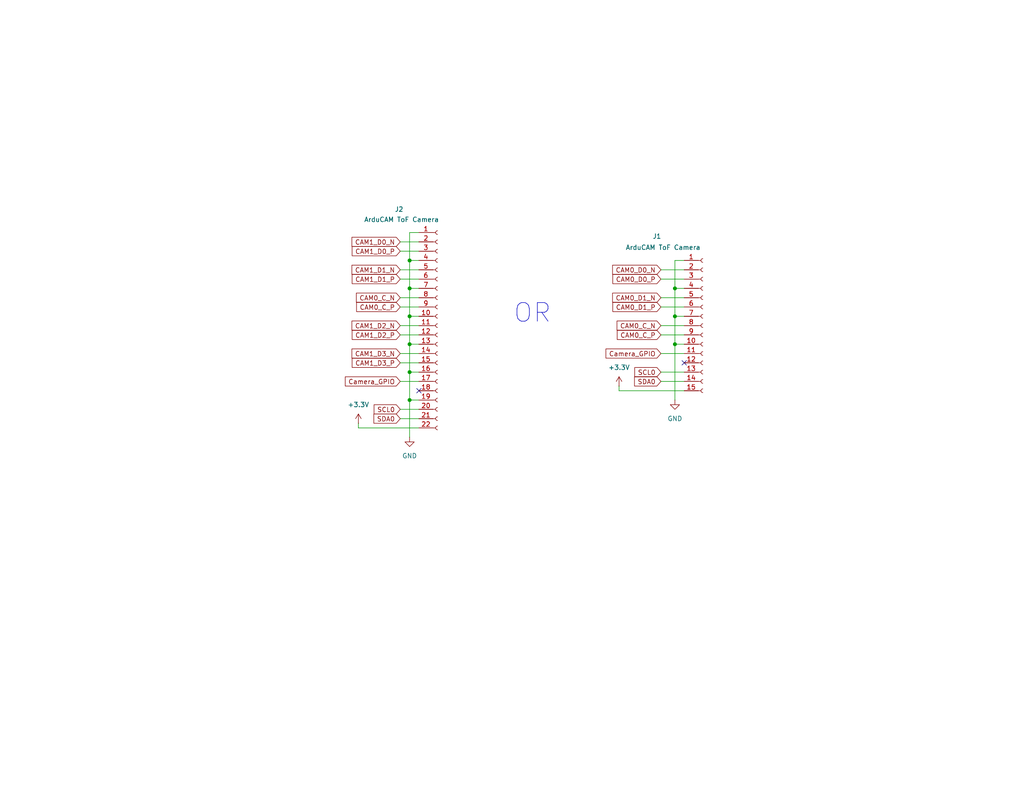
<source format=kicad_sch>
(kicad_sch (version 20250114) (generator "eeschema") (generator_version "9.0")
  (paper "USLetter")
  (lib_symbols
    (symbol "Connector:Conn_01x15_Socket" (pin_names (offset 1.016) (hide yes))
      (property "Reference" "J" (at 0 20.32 0))
      (property "Value" "Conn_01x15_Socket" (at 0 -20.32 0))
      (symbol "Conn_01x15_Socket_1_1"
        (polyline (pts (xy -1.27 17.78) (xy -0.508 17.78)) (stroke (width 0.1524)))
        (polyline (pts (xy -1.27 15.24) (xy -0.508 15.24)) (stroke (width 0.1524)))
        (polyline (pts (xy -1.27 12.7) (xy -0.508 12.7)) (stroke (width 0.1524)))
        (polyline (pts (xy -1.27 10.16) (xy -0.508 10.16)) (stroke (width 0.1524)))
        (polyline (pts (xy -1.27 7.62) (xy -0.508 7.62)) (stroke (width 0.1524)))
        (polyline (pts (xy -1.27 5.08) (xy -0.508 5.08)) (stroke (width 0.1524)))
        (polyline (pts (xy -1.27 2.54) (xy -0.508 2.54)) (stroke (width 0.1524)))
        (polyline (pts (xy -1.27 0) (xy -0.508 0)) (stroke (width 0.1524)))
        (polyline (pts (xy -1.27 -2.54) (xy -0.508 -2.54)) (stroke (width 0.1524)))
        (polyline (pts (xy -1.27 -5.08) (xy -0.508 -5.08)) (stroke (width 0.1524)))
        (polyline (pts (xy -1.27 -7.62) (xy -0.508 -7.62)) (stroke (width 0.1524)))
        (polyline (pts (xy -1.27 -10.16) (xy -0.508 -10.16)) (stroke (width 0.1524)))
        (polyline (pts (xy -1.27 -12.7) (xy -0.508 -12.7)) (stroke (width 0.1524)))
        (polyline (pts (xy -1.27 -15.24) (xy -0.508 -15.24)) (stroke (width 0.1524)))
        (polyline (pts (xy -1.27 -17.78) (xy -0.508 -17.78)) (stroke (width 0.1524)))
        (arc (start 0 17.272) (mid -0.5058 17.78) (end 0 18.288) (stroke (width 0.1524)))
        (arc (start 0 14.732) (mid -0.5058 15.24) (end 0 15.748) (stroke (width 0.1524)))
        (arc (start 0 12.192) (mid -0.5058 12.7) (end 0 13.208) (stroke (width 0.1524)))
        (arc (start 0 9.652) (mid -0.5058 10.16) (end 0 10.668) (stroke (width 0.1524)))
        (arc (start 0 7.112) (mid -0.5058 7.62) (end 0 8.128) (stroke (width 0.1524)))
        (arc (start 0 4.572) (mid -0.5058 5.08) (end 0 5.588) (stroke (width 0.1524)))
        (arc (start 0 2.032) (mid -0.5058 2.54) (end 0 3.048) (stroke (width 0.1524)))
        (arc (start 0 -0.508) (mid -0.5058 0) (end 0 0.508) (stroke (width 0.1524)))
        (arc (start 0 -3.048) (mid -0.5058 -2.54) (end 0 -2.032) (stroke (width 0.1524)))
        (arc (start 0 -5.588) (mid -0.5058 -5.08) (end 0 -4.572) (stroke (width 0.1524)))
        (arc (start 0 -8.128) (mid -0.5058 -7.62) (end 0 -7.112) (stroke (width 0.1524)))
        (arc (start 0 -10.668) (mid -0.5058 -10.16) (end 0 -9.652) (stroke (width 0.1524)))
        (arc (start 0 -13.208) (mid -0.5058 -12.7) (end 0 -12.192) (stroke (width 0.1524)))
        (arc (start 0 -15.748) (mid -0.5058 -15.24) (end 0 -14.732) (stroke (width 0.1524)))
        (arc (start 0 -18.288) (mid -0.5058 -17.78) (end 0 -17.272) (stroke (width 0.1524)))
        (pin passive line (at -5.08 17.78 0) (length 3.81) (name "Pin_1") (number "1"))
        (pin passive line (at -5.08 15.24 0) (length 3.81) (name "Pin_2") (number "2"))
        (pin passive line (at -5.08 12.7 0) (length 3.81) (name "Pin_3") (number "3"))
        (pin passive line (at -5.08 10.16 0) (length 3.81) (name "Pin_4") (number "4"))
        (pin passive line (at -5.08 7.62 0) (length 3.81) (name "Pin_5") (number "5"))
        (pin passive line (at -5.08 5.08 0) (length 3.81) (name "Pin_6") (number "6"))
        (pin passive line (at -5.08 2.54 0) (length 3.81) (name "Pin_7") (number "7"))
        (pin passive line (at -5.08 0 0) (length 3.81) (name "Pin_8") (number "8"))
        (pin passive line (at -5.08 -2.54 0) (length 3.81) (name "Pin_9") (number "9"))
        (pin passive line (at -5.08 -5.08 0) (length 3.81) (name "Pin_10") (number "10"))
        (pin passive line (at -5.08 -7.62 0) (length 3.81) (name "Pin_11") (number "11"))
        (pin passive line (at -5.08 -10.16 0) (length 3.81) (name "Pin_12") (number "12"))
        (pin passive line (at -5.08 -12.7 0) (length 3.81) (name "Pin_13") (number "13"))
        (pin passive line (at -5.08 -15.24 0) (length 3.81) (name "Pin_14") (number "14"))
        (pin passive line (at -5.08 -17.78 0) (length 3.81) (name "Pin_15") (number "15"))
      )
    )
    (symbol "Connector:Conn_01x22_Socket" (pin_names (offset 1.016) (hide yes))
      (property "Reference" "J" (at 0 27.94 0))
      (property "Value" "Conn_01x22_Socket" (at 0 -30.48 0))
      (symbol "Conn_01x22_Socket_1_1"
        (polyline (pts (xy -1.27 25.4) (xy -0.508 25.4)) (stroke (width 0.1524)))
        (polyline (pts (xy -1.27 22.86) (xy -0.508 22.86)) (stroke (width 0.1524)))
        (polyline (pts (xy -1.27 20.32) (xy -0.508 20.32)) (stroke (width 0.1524)))
        (polyline (pts (xy -1.27 17.78) (xy -0.508 17.78)) (stroke (width 0.1524)))
        (polyline (pts (xy -1.27 15.24) (xy -0.508 15.24)) (stroke (width 0.1524)))
        (polyline (pts (xy -1.27 12.7) (xy -0.508 12.7)) (stroke (width 0.1524)))
        (polyline (pts (xy -1.27 10.16) (xy -0.508 10.16)) (stroke (width 0.1524)))
        (polyline (pts (xy -1.27 7.62) (xy -0.508 7.62)) (stroke (width 0.1524)))
        (polyline (pts (xy -1.27 5.08) (xy -0.508 5.08)) (stroke (width 0.1524)))
        (polyline (pts (xy -1.27 2.54) (xy -0.508 2.54)) (stroke (width 0.1524)))
        (polyline (pts (xy -1.27 0) (xy -0.508 0)) (stroke (width 0.1524)))
        (polyline (pts (xy -1.27 -2.54) (xy -0.508 -2.54)) (stroke (width 0.1524)))
        (polyline (pts (xy -1.27 -5.08) (xy -0.508 -5.08)) (stroke (width 0.1524)))
        (polyline (pts (xy -1.27 -7.62) (xy -0.508 -7.62)) (stroke (width 0.1524)))
        (polyline (pts (xy -1.27 -10.16) (xy -0.508 -10.16)) (stroke (width 0.1524)))
        (polyline (pts (xy -1.27 -12.7) (xy -0.508 -12.7)) (stroke (width 0.1524)))
        (polyline (pts (xy -1.27 -15.24) (xy -0.508 -15.24)) (stroke (width 0.1524)))
        (polyline (pts (xy -1.27 -17.78) (xy -0.508 -17.78)) (stroke (width 0.1524)))
        (polyline (pts (xy -1.27 -20.32) (xy -0.508 -20.32)) (stroke (width 0.1524)))
        (polyline (pts (xy -1.27 -22.86) (xy -0.508 -22.86)) (stroke (width 0.1524)))
        (polyline (pts (xy -1.27 -25.4) (xy -0.508 -25.4)) (stroke (width 0.1524)))
        (polyline (pts (xy -1.27 -27.94) (xy -0.508 -27.94)) (stroke (width 0.1524)))
        (arc (start 0 24.892) (mid -0.5058 25.4) (end 0 25.908) (stroke (width 0.1524)))
        (arc (start 0 22.352) (mid -0.5058 22.86) (end 0 23.368) (stroke (width 0.1524)))
        (arc (start 0 19.812) (mid -0.5058 20.32) (end 0 20.828) (stroke (width 0.1524)))
        (arc (start 0 17.272) (mid -0.5058 17.78) (end 0 18.288) (stroke (width 0.1524)))
        (arc (start 0 14.732) (mid -0.5058 15.24) (end 0 15.748) (stroke (width 0.1524)))
        (arc (start 0 12.192) (mid -0.5058 12.7) (end 0 13.208) (stroke (width 0.1524)))
        (arc (start 0 9.652) (mid -0.5058 10.16) (end 0 10.668) (stroke (width 0.1524)))
        (arc (start 0 7.112) (mid -0.5058 7.62) (end 0 8.128) (stroke (width 0.1524)))
        (arc (start 0 4.572) (mid -0.5058 5.08) (end 0 5.588) (stroke (width 0.1524)))
        (arc (start 0 2.032) (mid -0.5058 2.54) (end 0 3.048) (stroke (width 0.1524)))
        (arc (start 0 -0.508) (mid -0.5058 0) (end 0 0.508) (stroke (width 0.1524)))
        (arc (start 0 -3.048) (mid -0.5058 -2.54) (end 0 -2.032) (stroke (width 0.1524)))
        (arc (start 0 -5.588) (mid -0.5058 -5.08) (end 0 -4.572) (stroke (width 0.1524)))
        (arc (start 0 -8.128) (mid -0.5058 -7.62) (end 0 -7.112) (stroke (width 0.1524)))
        (arc (start 0 -10.668) (mid -0.5058 -10.16) (end 0 -9.652) (stroke (width 0.1524)))
        (arc (start 0 -13.208) (mid -0.5058 -12.7) (end 0 -12.192) (stroke (width 0.1524)))
        (arc (start 0 -15.748) (mid -0.5058 -15.24) (end 0 -14.732) (stroke (width 0.1524)))
        (arc (start 0 -18.288) (mid -0.5058 -17.78) (end 0 -17.272) (stroke (width 0.1524)))
        (arc (start 0 -20.828) (mid -0.5058 -20.32) (end 0 -19.812) (stroke (width 0.1524)))
        (arc (start 0 -23.368) (mid -0.5058 -22.86) (end 0 -22.352) (stroke (width 0.1524)))
        (arc (start 0 -25.908) (mid -0.5058 -25.4) (end 0 -24.892) (stroke (width 0.1524)))
        (arc (start 0 -28.448) (mid -0.5058 -27.94) (end 0 -27.432) (stroke (width 0.1524)))
        (pin passive line (at -5.08 25.4 0) (length 3.81) (name "Pin_1") (number "1"))
        (pin passive line (at -5.08 22.86 0) (length 3.81) (name "Pin_2") (number "2"))
        (pin passive line (at -5.08 20.32 0) (length 3.81) (name "Pin_3") (number "3"))
        (pin passive line (at -5.08 17.78 0) (length 3.81) (name "Pin_4") (number "4"))
        (pin passive line (at -5.08 15.24 0) (length 3.81) (name "Pin_5") (number "5"))
        (pin passive line (at -5.08 12.7 0) (length 3.81) (name "Pin_6") (number "6"))
        (pin passive line (at -5.08 10.16 0) (length 3.81) (name "Pin_7") (number "7"))
        (pin passive line (at -5.08 7.62 0) (length 3.81) (name "Pin_8") (number "8"))
        (pin passive line (at -5.08 5.08 0) (length 3.81) (name "Pin_9") (number "9"))
        (pin passive line (at -5.08 2.54 0) (length 3.81) (name "Pin_10") (number "10"))
        (pin passive line (at -5.08 0 0) (length 3.81) (name "Pin_11") (number "11"))
        (pin passive line (at -5.08 -2.54 0) (length 3.81) (name "Pin_12") (number "12"))
        (pin passive line (at -5.08 -5.08 0) (length 3.81) (name "Pin_13") (number "13"))
        (pin passive line (at -5.08 -7.62 0) (length 3.81) (name "Pin_14") (number "14"))
        (pin passive line (at -5.08 -10.16 0) (length 3.81) (name "Pin_15") (number "15"))
        (pin passive line (at -5.08 -12.7 0) (length 3.81) (name "Pin_16") (number "16"))
        (pin passive line (at -5.08 -15.24 0) (length 3.81) (name "Pin_17") (number "17"))
        (pin passive line (at -5.08 -17.78 0) (length 3.81) (name "Pin_18") (number "18"))
        (pin passive line (at -5.08 -20.32 0) (length 3.81) (name "Pin_19") (number "19"))
        (pin passive line (at -5.08 -22.86 0) (length 3.81) (name "Pin_20") (number "20"))
        (pin passive line (at -5.08 -25.4 0) (length 3.81) (name "Pin_21") (number "21"))
        (pin passive line (at -5.08 -27.94 0) (length 3.81) (name "Pin_22") (number "22"))
      )
    )
    (symbol "power:+3.3V" (power) (pin_numbers (hide yes)) (pin_names (offset 0) (hide yes))
      (property "Value" "+3.3V" (at 0 3.556 0))
      (symbol "+3.3V_0_1"
        (polyline (pts (xy -0.762 1.27) (xy 0 2.54)))
        (polyline (pts (xy 0 2.54) (xy 0.762 1.27)))
        (polyline (pts (xy 0 0) (xy 0 2.54)))
      )
      (symbol "+3.3V_1_1"
        (pin power_in line (at 0 0 90) (length 0) (name "~") (number "1"))
      )
    )
    (symbol "power:GND" (power) (pin_numbers (hide yes)) (pin_names (offset 0) (hide yes))
      (property "Value" "GND" (at 0 -3.81 0))
      (symbol "GND_0_1"
        (polyline (pts (xy 0 0) (xy 0 -1.27) (xy 1.27 -1.27) (xy 0 -2.54) (xy -1.27 -1.27) (xy 0 -1.27)))
      )
      (symbol "GND_1_1"
        (pin power_in line (at 0 0 270) (length 0) (name "~") (number "1"))
      )
    )
  )
  (text "OR" (at 145.288 85.598 0) (effects (font (size 5.08 5.08))))
  (junction (at 111.76 101.6))
  (junction (at 111.76 93.98))
  (junction (at 184.15 86.36))
  (junction (at 111.76 86.36))
  (junction (at 111.76 71.12))
  (junction (at 184.15 78.74))
  (junction (at 184.15 93.98))
  (junction (at 111.76 109.22))
  (junction (at 111.76 78.74))
  (no_connect (at 114.3 106.68))
  (no_connect (at 186.69 99.06))
  (wire (pts (xy 114.3 116.84) (xy 97.79 116.84)))
  (wire (pts (xy 111.76 109.22) (xy 114.3 109.22)))
  (wire (pts (xy 109.22 88.9) (xy 114.3 88.9)))
  (wire (pts (xy 111.76 63.5) (xy 111.76 71.12)))
  (wire (pts (xy 111.76 71.12) (xy 111.76 78.74)))
  (wire (pts (xy 184.15 86.36) (xy 184.15 93.98)))
  (wire (pts (xy 109.22 83.82) (xy 114.3 83.82)))
  (wire (pts (xy 111.76 86.36) (xy 114.3 86.36)))
  (wire (pts (xy 111.76 78.74) (xy 111.76 86.36)))
  (wire (pts (xy 186.69 71.12) (xy 184.15 71.12)))
  (wire (pts (xy 111.76 109.22) (xy 111.76 119.38)))
  (wire (pts (xy 184.15 78.74) (xy 186.69 78.74)))
  (wire (pts (xy 168.91 106.68) (xy 168.91 105.41)))
  (wire (pts (xy 109.22 76.2) (xy 114.3 76.2)))
  (wire (pts (xy 184.15 78.74) (xy 184.15 86.36)))
  (wire (pts (xy 180.34 81.28) (xy 186.69 81.28)))
  (wire (pts (xy 180.34 76.2) (xy 186.69 76.2)))
  (wire (pts (xy 186.69 106.68) (xy 168.91 106.68)))
  (wire (pts (xy 109.22 111.76) (xy 114.3 111.76)))
  (wire (pts (xy 109.22 104.14) (xy 114.3 104.14)))
  (wire (pts (xy 180.34 96.52) (xy 186.69 96.52)))
  (wire (pts (xy 109.22 91.44) (xy 114.3 91.44)))
  (wire (pts (xy 109.22 96.52) (xy 114.3 96.52)))
  (wire (pts (xy 111.76 93.98) (xy 111.76 101.6)))
  (wire (pts (xy 180.34 73.66) (xy 186.69 73.66)))
  (wire (pts (xy 111.76 78.74) (xy 114.3 78.74)))
  (wire (pts (xy 184.15 93.98) (xy 186.69 93.98)))
  (wire (pts (xy 184.15 86.36) (xy 186.69 86.36)))
  (wire (pts (xy 109.22 114.3) (xy 114.3 114.3)))
  (wire (pts (xy 111.76 86.36) (xy 111.76 93.98)))
  (wire (pts (xy 180.34 104.14) (xy 186.69 104.14)))
  (wire (pts (xy 111.76 101.6) (xy 111.76 109.22)))
  (wire (pts (xy 109.22 68.58) (xy 114.3 68.58)))
  (wire (pts (xy 109.22 99.06) (xy 114.3 99.06)))
  (wire (pts (xy 111.76 101.6) (xy 114.3 101.6)))
  (wire (pts (xy 114.3 63.5) (xy 111.76 63.5)))
  (wire (pts (xy 184.15 71.12) (xy 184.15 78.74)))
  (wire (pts (xy 180.34 101.6) (xy 186.69 101.6)))
  (wire (pts (xy 109.22 73.66) (xy 114.3 73.66)))
  (wire (pts (xy 111.76 93.98) (xy 114.3 93.98)))
  (wire (pts (xy 97.79 116.84) (xy 97.79 115.57)))
  (wire (pts (xy 180.34 88.9) (xy 186.69 88.9)))
  (wire (pts (xy 109.22 66.04) (xy 114.3 66.04)))
  (wire (pts (xy 184.15 93.98) (xy 184.15 109.22)))
  (wire (pts (xy 109.22 81.28) (xy 114.3 81.28)))
  (wire (pts (xy 111.76 71.12) (xy 114.3 71.12)))
  (wire (pts (xy 180.34 91.44) (xy 186.69 91.44)))
  (wire (pts (xy 180.34 83.82) (xy 186.69 83.82)))
  (global_label "CAM0_D1_N" (shape input) (at 180.34 81.28 180) (property "Intersheetrefs" "${INTERSHEET_REFS}" (effects (hide yes))))
  (global_label "CAM1_D2_N" (shape input) (at 109.22 88.9 180) (property "Intersheetrefs" "${INTERSHEET_REFS}" (effects (hide yes))))
  (global_label "CAM0_C_N" (shape input) (at 109.22 81.28 180) (property "Intersheetrefs" "${INTERSHEET_REFS}" (effects (hide yes))))
  (global_label "CAM0_D0_N" (shape input) (at 180.34 73.66 180) (property "Intersheetrefs" "${INTERSHEET_REFS}" (effects (hide yes))))
  (global_label "CAM0_C_N" (shape input) (at 180.34 88.9 180) (property "Intersheetrefs" "${INTERSHEET_REFS}" (effects (hide yes))))
  (global_label "CAM1_D0_N" (shape input) (at 109.22 66.04 180) (property "Intersheetrefs" "${INTERSHEET_REFS}" (effects (hide yes))))
  (global_label "CAM1_D1_N" (shape input) (at 109.22 73.66 180) (property "Intersheetrefs" "${INTERSHEET_REFS}" (effects (hide yes))))
  (global_label "SDA0" (shape input) (at 180.34 104.14 180) (property "Intersheetrefs" "${INTERSHEET_REFS}" (effects (hide yes))))
  (global_label "CAM0_C_P" (shape input) (at 180.34 91.44 180) (property "Intersheetrefs" "${INTERSHEET_REFS}" (effects (hide yes))))
  (global_label "CAM1_D3_N" (shape input) (at 109.22 96.52 180) (property "Intersheetrefs" "${INTERSHEET_REFS}" (effects (hide yes))))
  (global_label "CAM0_D1_P" (shape input) (at 180.34 83.82 180) (property "Intersheetrefs" "${INTERSHEET_REFS}" (effects (hide yes))))
  (global_label "CAM1_D2_P" (shape input) (at 109.22 91.44 180) (property "Intersheetrefs" "${INTERSHEET_REFS}" (effects (hide yes))))
  (global_label "Camera_GPIO" (shape input) (at 180.34 96.52 180) (property "Intersheetrefs" "${INTERSHEET_REFS}" (effects (hide yes))))
  (global_label "CAM1_D3_P" (shape input) (at 109.22 99.06 180) (property "Intersheetrefs" "${INTERSHEET_REFS}" (effects (hide yes))))
  (global_label "CAM0_C_P" (shape input) (at 109.22 83.82 180) (property "Intersheetrefs" "${INTERSHEET_REFS}" (effects (hide yes))))
  (global_label "SCL0" (shape input) (at 180.34 101.6 180) (property "Intersheetrefs" "${INTERSHEET_REFS}" (effects (hide yes))))
  (global_label "SDA0" (shape input) (at 109.22 114.3 180) (property "Intersheetrefs" "${INTERSHEET_REFS}" (effects (hide yes))))
  (global_label "CAM1_D1_P" (shape input) (at 109.22 76.2 180) (property "Intersheetrefs" "${INTERSHEET_REFS}" (effects (hide yes))))
  (global_label "SCL0" (shape input) (at 109.22 111.76 180) (property "Intersheetrefs" "${INTERSHEET_REFS}" (effects (hide yes))))
  (global_label "CAM1_D0_P" (shape input) (at 109.22 68.58 180) (property "Intersheetrefs" "${INTERSHEET_REFS}" (effects (hide yes))))
  (global_label "Camera_GPIO" (shape input) (at 109.22 104.14 180) (property "Intersheetrefs" "${INTERSHEET_REFS}" (effects (hide yes))))
  (global_label "CAM0_D0_P" (shape input) (at 180.34 76.2 180) (property "Intersheetrefs" "${INTERSHEET_REFS}" (effects (hide yes))))
  (symbol (lib_id "power:GND") (at 111.76 119.38 0) (unit 1)
    (property "Reference" "#PWR067" (effects (hide yes)))
    (property "Value" "GND" (at 111.76 124.46 0))
    (property "Description" "Power symbol creates a global label with name \"GND\" , ground" (effects (hide yes)))
  )
  (symbol (lib_id "power:GND") (at 184.15 109.22 0) (unit 1)
    (property "Reference" "#PWR017" (effects (hide yes)))
    (property "Value" "GND" (at 184.15 114.3 0))
    (property "Description" "Power symbol creates a global label with name \"GND\" , ground" (effects (hide yes)))
  )
  (symbol (lib_id "power:+3.3V") (at 168.91 105.41 0) (unit 1)
    (property "Reference" "#PWR016" (effects (hide yes)))
    (property "Value" "+3.3V" (at 168.91 100.33 0))
    (property "Description" "Power symbol creates a global label with name \"+3.3V\"" (effects (hide yes)))
  )
  (symbol (lib_id "power:+3.3V") (at 97.79 115.57 0) (unit 1)
    (property "Reference" "#PWR062" (effects (hide yes)))
    (property "Value" "+3.3V" (at 97.79 110.49 0))
    (property "Description" "Power symbol creates a global label with name \"+3.3V\"" (effects (hide yes)))
  )
  (symbol (lib_id "Connector:Conn_01x22_Socket") (at 119.38 88.9 0) (unit 1)
    (property "Reference" "J2" (at 107.696 57.15 0) (effects (justify left)))
    (property "Value" "ArduCAM ToF Camera" (at 99.314 59.944 0) (effects (justify left)))
    (property "Description" "Generic connector, single row, 01x22, script generated" (effects (hide yes)))
  )
  (symbol (lib_id "Connector:Conn_01x15_Socket") (at 191.77 88.9 0) (unit 1)
    (property "Reference" "J1" (at 178.054 64.516 0) (effects (justify left)))
    (property "Value" "ArduCAM ToF Camera" (at 170.688 67.564 0) (effects (justify left)))
    (property "Description" "Generic connector, single row, 01x15, script generated" (effects (hide yes)))
  )
)
</source>
